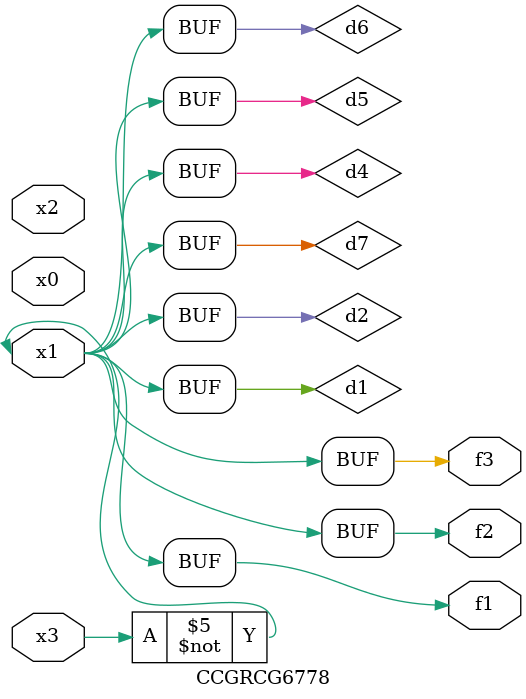
<source format=v>
module CCGRCG6778(
	input x0, x1, x2, x3,
	output f1, f2, f3
);

	wire d1, d2, d3, d4, d5, d6, d7;

	not (d1, x3);
	buf (d2, x1);
	xnor (d3, d1, d2);
	nor (d4, d1);
	buf (d5, d1, d2);
	buf (d6, d4, d5);
	nand (d7, d4);
	assign f1 = d6;
	assign f2 = d7;
	assign f3 = d6;
endmodule

</source>
